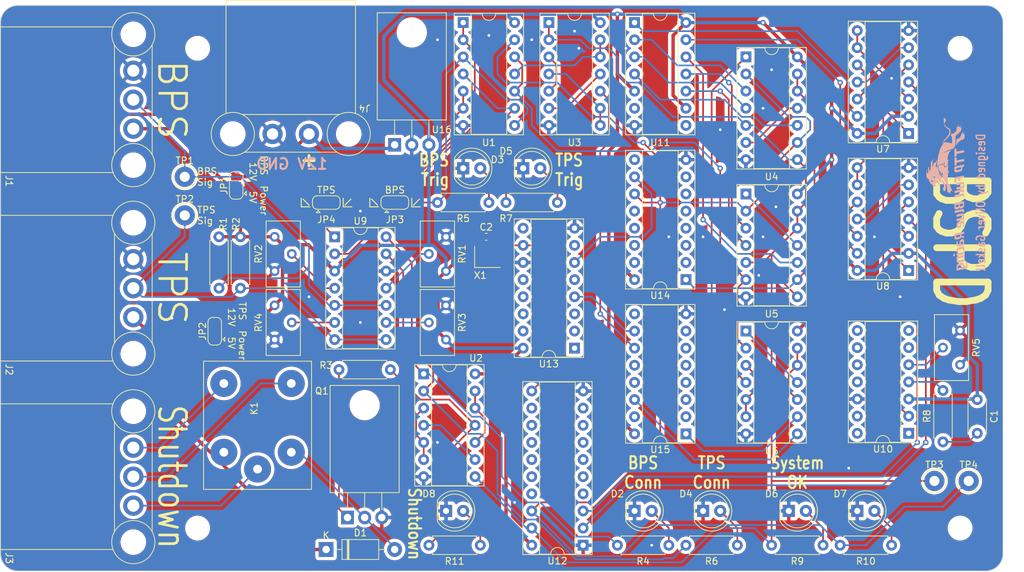
<source format=kicad_pcb>
(kicad_pcb (version 20221018) (generator pcbnew)
  (layers (0 "F.Cu" signal) (31 "B.Cu" signal) (34 "B.Paste" user) (35 "F.Paste" user) (36 "B.SilkS" user "B.Silkscreen") (37 "F.SilkS" user "F.Silkscreen") (38 "B.Mask" user) (39 "F.Mask" user) (44 "Edge.Cuts" user))
  (net 0 "")
  (net 1 "+5V")
  (net 2 "Net-(C1-Pad2)")
  (net 3 "+12V")
  (net 4 "Net-(D1-A)")
  (net 5 "GND")
  (net 6 "Net-(D2-A)")
  (net 7 "Net-(D3-A)")
  (net 8 "Net-(D4-A)")
  (net 9 "Net-(D5-A)")
  (net 10 "/BPS_Sig")
  (net 11 "/BPS_Power")
  (net 12 "/TPS_Sig")
  (net 13 "/TPS_Power")
  (net 14 "/ShutdownNO")
  (net 15 "/ShutdownNC")
  (net 16 "/ShutdownC")
  (net 17 "Net-(JP3-A)")
  (net 18 "Net-(JP3-C)")
  (net 19 "/BPS_Trig")
  (net 20 "Net-(JP4-A)")
  (net 21 "Net-(JP4-C)")
  (net 22 "/TPS_Trig")
  (net 23 "Net-(Q1-G)")
  (net 24 "/SD_Sig")
  (net 25 "/BPS_Plugged")
  (net 26 "/TPS_Plugged")
  (net 27 "Net-(U10A--)")
  (net 28 "Net-(U9C-+)")
  (net 29 "Net-(U9A--)")
  (net 30 "Net-(U9D-+)")
  (net 31 "Net-(U9B--)")
  (net 32 "Net-(U10A-+)")
  (net 33 "/System_OK")
  (net 34 "Net-(U2-Pad3)")
  (net 35 "Net-(U2-Pad4)")
  (net 36 "/SM_Ok")
  (net 37 "Net-(U2-Pad10)")
  (net 38 "Net-(U3-Pad3)")
  (net 39 "Net-(U3-Pad4)")
  (net 40 "/State Machine/State_B")
  (net 41 "/State Machine/Timers/Reset_Counting")
  (net 42 "Net-(U4-Pad1)")
  (net 43 "Net-(U11-Pad2)")
  (net 44 "Net-(U11-Pad3)")
  (net 45 "Net-(U4-Pad11)")
  (net 46 "Net-(U11-Pad4)")
  (net 47 "/State Machine/5T")
  (net 48 "Net-(U5-Pad1)")
  (net 49 "Net-(U11-Pad10)")
  (net 50 "Net-(U11-Pad11)")
  (net 51 "Net-(U11-Pad12)")
  (net 52 "/State Machine/10T")
  (net 53 "Net-(U6-Pad3)")
  (net 54 "Net-(U15-Q9)")
  (net 55 "Net-(U15-Q11)")
  (net 56 "Net-(U6-Pad10)")
  (net 57 "/RST")
  (net 58 "Net-(U7-Pad3)")
  (net 59 "Net-(U12-D0)")
  (net 60 "Net-(U7-Pad11)")
  (net 61 "Net-(U7-Pad10)")
  (net 62 "Net-(U11-Pad1)")
  (net 63 "Net-(U8-Pad3)")
  (net 64 "Net-(U12-D1)")
  (net 65 "Net-(U8-Pad11)")
  (net 66 "Net-(U8-Pad10)")
  (net 67 "Net-(U11-Pad13)")
  (net 74 "/CLK")
  (net 84 "/State Machine/Timers/256CLK")
  (net 86 "/State Machine/Timers/4096CLK")
  (net 114 "Net-(U1-Pad11)")
  (net 115 "Net-(U3-Pad11)")
  (net 116 "Net-(D6-A)")
  (net 117 "Net-(D7-A)")
  (net 118 "Net-(D8-A)")
  (footprint "MountingHole:MountingHole_3.2mm_M3" (layer "F.Cu") (at 81.28 100.33)
    (fp_text reference "MNT4" hide)
    (fp_text value "MountingHole_3.2mm_M3")
  )
  (footprint "LED_THT:LED_D5.0mm" (layer "F.Cu") (at 179.07 97.79)
    (fp_text reference "D7")
    (fp_text value "LED")
  )
  (footprint "Resistor_THT:R_Axial_DIN0207_L6.3mm_D2.5mm_P7.62mm_Horizontal" (layer "F.Cu") (at 184.15 102.87 180)
    (fp_text reference "R10")
    (fp_text value "220R")
  )
  (footprint "LED_THT:LED_D5.0mm" (layer "F.Cu") (at 156.21 97.79)
    (fp_text reference "D4")
    (fp_text value "LED")
  )
  (footprint "Jumper:SolderJumper-3_P1.3mm_Open_RoundedPad1.0x1.5mm" (layer "F.Cu") (at 86.995 49.53 90)
    (fp_text reference "JP1")
    (fp_text value "SolderJumper_3_Open")
  )
  (footprint "Package_DIP:DIP-20_W7.62mm_Socket" (layer "F.Cu") (at 138.43 102.87 180)
    (fp_text reference "U12")
    (fp_text value "74LS573")
  )
  (footprint "Package_DIP:DIP-14_W7.62mm_Socket" (layer "F.Cu") (at 133.35 25.4)
    (fp_text reference "U3")
    (fp_text value "4011")
  )
  (footprint "Package_DIP:DIP-14_W7.62mm_Socket" (layer "F.Cu") (at 162.56 50.8)
    (fp_text reference "U5")
    (fp_text value "4011")
  )
  (footprint "MountingHole:MountingHole_3.2mm_M3" (layer "F.Cu") (at 194.31 29.21)
    (fp_text reference "MNT1" hide)
    (fp_text value "MountingHole_3.2mm_M3")
  )
  (footprint "Resistor_THT:R_Axial_DIN0207_L6.3mm_D2.5mm_P7.62mm_Horizontal" (layer "F.Cu") (at 123.19 102.87 180)
    (fp_text reference "R11")
    (fp_text value "220R")
  )
  (footprint "Potentiometer_THT:Potentiometer_Bourns_3296Y_Vertical" (layer "F.Cu") (at 92.7 57.155 90)
    (fp_text reference "RV2")
    (fp_text value "10k")
  )
  (footprint "Potentiometer_THT:Potentiometer_Bourns_3296Y_Vertical" (layer "F.Cu") (at 118.1 72.395 -90)
    (fp_text reference "RV3")
    (fp_text value "10k")
  )
  (footprint "Capacitor_THT:C_Disc_D5.0mm_W2.5mm_P5.00mm" (layer "F.Cu") (at 196.85 81.28 -90)
    (fp_text reference "C1")
    (fp_text value "100n")
  )
  (footprint "Package_DIP:DIP-14_W7.62mm_Socket" (layer "F.Cu") (at 146.05 25.4)
    (fp_text reference "U11")
    (fp_text value "4012")
  )
  (footprint "Package_DIP:DIP-14_W7.62mm_Socket" (layer "F.Cu") (at 114.79 77.47)
    (fp_text reference "U2")
    (fp_text value "4011")
  )
  (footprint "Potentiometer_THT:Potentiometer_Bourns_3296Y_Vertical" (layer "F.Cu") (at 118.1 62.235 -90)
    (fp_text reference "RV1")
    (fp_text value "10k")
  )
  (footprint "Package_DIP:DIP-14_W7.62mm_Socket" (layer "F.Cu") (at 162.56 71.12)
    (fp_text reference "U6")
    (fp_text value "4011")
  )
  (footprint "Package_DIP:DIP-16_W7.62mm_Socket" (layer "F.Cu") (at 153.67 63.5 180)
    (fp_text reference "U14")
    (fp_text value "4040")
  )
  (footprint "Package_DIP:DIP-16_W7.62mm_Socket" (layer "F.Cu") (at 137.16 73.66 180)
    (fp_text reference "U13")
    (fp_text value "4040")
  )
  (footprint "Additional Footprints:MCCMA51-S-DC12V-C" (layer "F.Cu") (at 90.17 91.59 90)
    (fp_text reference "K1")
    (fp_text value "MCCMA51-S-DC12V-C")
  )
  (footprint "Resistor_THT:R_Axial_DIN0207_L6.3mm_D2.5mm_P7.62mm_Horizontal" (layer "F.Cu") (at 109.855 76.835 180)
    (fp_text reference "R3")
    (fp_text value "4.7k")
  )
  (footprint "Package_DIP:DIP-16_W7.62mm_Socket" (layer "F.Cu") (at 153.67 86.36 180)
    (fp_text reference "U15")
    (fp_text value "4040")
  )
  (footprint "Resistor_THT:R_Axial_DIN0207_L6.3mm_D2.5mm_P7.62mm_Horizontal" (layer "F.Cu") (at 191.77 87.55 90)
    (fp_text reference "R8")
    (fp_text value "1M")
  )
  (footprint "Potentiometer_THT:Potentiometer_Bourns_3296Y_Vertical" (layer "F.Cu") (at 92.7 67.315 90)
    (fp_text reference "RV4")
    (fp_text value "10k")
  )
  (footprint "TestPoint:TestPoint_THTPad_D3.0mm_Drill1.5mm" (layer "F.Cu") (at 195.58 93.345)
    (fp_text reference "TP4")
    (fp_text value "TestPoint")
  )
  (footprint "LED_THT:LED_D5.0mm" (layer "F.Cu") (at 146.05 97.79)
    (fp_text reference "D2")
    (fp_text value "LED")
  )
  (footprint "BSPD_footprints:ATF13-3P-BM03" (layer "F.Cu") (at 71.75 88.41 -90)
    (fp_text reference "J3")
    (fp_text value "Conn_01x03")
  )
  (footprint "Resistor_THT:R_Axial_DIN0207_L6.3mm_D2.5mm_P7.62mm_Horizontal" (layer "F.Cu") (at 134.62 52.07 180)
    (fp_text reference "R7")
    (fp_text value "220R")
  )
  (footprint "Resistor_THT:R_Axial_DIN0207_L6.3mm_D2.5mm_P7.62mm_Horizontal" (layer "F.Cu") (at 173.99 102.87 180)
    (fp_text reference "R9")
    (fp_text value "220R")
  )
  (footprint "Package_TO_SOT_THT:TO-220-3_Horizontal_TabDown" (layer "F.Cu") (at 103.505 98.765)
    (fp_text reference "Q1")
    (fp_text value "IRLZ44Z")
  )
  (footprint "Package_DIP:DIP-14_W7.62mm_Socket" (layer "F.Cu") (at 186.68 62.145 180)
    (fp_text reference "U8")
    (fp_text value "4011")
  )
  (footprint "BSPD_footprints:ATF13-3P-BM03" (layer "F.Cu") (at 71.75 60.47 -90)
    (fp_text reference "J2")
    (fp_text value "Conn_01x03")
  )
  (footprint "LED_THT:LED_D5.0mm" (layer "F.Cu") (at 118.11 97.79)
    (fp_text reference "D8")
    (fp_text value "LED")
  )
  (footprint "Package_DIP:DIP-14_W7.62mm_Socket" (layer "F.Cu") (at 101.6 57.15)
    (fp_text reference "U9")
    (fp_text value "LM2901")
  )
  (footprint "Capacitor_SMD:C_0603_1608Metric_Pad1.08x0.95mm_HandSolder" (layer "F.Cu") (at 124.0575 57.15)
    (fp_text reference "C2")
    (fp_text value "10u")
  )
  (footprint "LED_THT:LED_D5.0mm" (layer "F.Cu") (at 168.91 97.79)
    (fp_text reference "D6")
    (fp_text value "LED")
  )
  (footprint "Package_DIP:DIP-14_W7.62mm_Socket" (layer "F.Cu") (at 120.65 25.4)
    (fp_text reference "U1")
    (fp_text value "4011")
  )
  (footprint "LED_THT:LED_D5.0mm" (layer "F.Cu") (at 120.65 46.99)
    (fp_text reference "D3")
    (fp_text value "LED")
  )
  (footprint "MountingHole:MountingHole_3.2mm_M3" (layer "F.Cu") (at 81.28 29.21)
    (fp_text reference "MNT3" hide)
    (fp_text value "MountingHole_3.2mm_M3")
  )
  (footprint "Package_TO_SOT_THT:TO-220-3_Horizontal_TabDown" (layer "F.Cu") (at 110.49 43.52)
    (fp_text reference "U16")
    (fp_text value "L7805")
  )
  (footprint "BSPD_footprints:ATF13-3P-BM03" (layer "F.Cu") (at 71.75 32.53 -90)
    (fp_text reference "J1")
    (fp_text value "Conn_01x03")
  )
  (footprint "TestPoint:TestPoint_THTPad_D3.0mm_Drill1.5mm" (layer "F.Cu") (at 190.5 93.345)
    (fp_text reference "TP3")
    (fp_text value "TestPoint")
  )
  (footprint "Jumper:SolderJumper-3_P1.3mm_Open_RoundedPad1.0x1.5mm" (layer "F.Cu") (at 83.82 71.15 90)
    (fp_text reference "JP2")
    (fp_text value "SolderJumper_3_Open")
  )
  (footprint "Jumper:SolderJumper-3_P1.3mm_Open_RoundedPad1.0x1.5mm" (layer "F.Cu") (at 100.36 52.07)
    (fp_text reference "JP4")
    (fp_text value "SolderJumper_3_Open")
  )
  (footprint "TestPoint:TestPoint_THTPad_D3.0mm_Drill1.5mm" (layer "F.Cu") (at 79.375 53.975)
    (fp_text reference "TP2")
    (fp_text value "TestPoint")
  )
  (footprint "LED_THT:LED_D5.0mm" (layer "F.Cu") (at 129.54 46.99)
    (fp_text reference "D5")
    (fp_text value "LED")
  )
  (footprint "Resistor_THT:R_Axial_DIN0207_L6.3mm_D2.5mm_P7.62mm_Horizontal" (layer "F.Cu") (at 161.29 102.87 180)
    (fp_text reference "R6")
    (fp_text value "220R")
  )
  (footprint "Resistor_THT:R_Axial_DIN0207_L6.3mm_D2.5mm_P7.62mm_Horizontal" (layer "F.Cu") (at 124.46 52.07 180)
    (fp_text reference "R5")
    (fp_text value "220R")
  )
  (footprint "Package_DIP:DIP-14_W7.62mm_Socket" (layer "F.Cu") (at 186.69 86.28 180)
    (fp_text reference "U10")
    (fp_text value "LM2901")
  )
  (footprint "Oscillator:Oscillator_SMD_Abracon_ASE-4Pin_3.2x2.5mm" (layer "F.Cu") (at 124.25 60.125)
    (fp_text reference "X1")
    (fp_text value "ASZKDV-32.768KHz")
  )
  (footprint "Package_DIP:DIP-14_W7.62mm_Socket" (layer "F.Cu") (at 186.68 41.825 180)
    (fp_text reference "U7")
    (fp_text value "4011")
  )
  (footprint "Diode_THT:D_DO-41_SOD81_P10.16mm_Horizontal" (layer "F.Cu") (at 100.33 103.505)
    (fp_text reference "D1")
    (fp_text value "1N5817")
  )
  (footprint "Resistor_THT:R_Axial_DIN0207_L6.3mm_D2.5mm_P7.62mm_Horizontal" (layer "F.Cu") (at 84.455 64.77 90)
    (fp_text reference "R1")
    (fp_text value "5Meg")
  )
  (footprint "MountingHole:MountingHole_3.2mm_M3" (layer "F.Cu") (at 194.31 100.33)
    (fp_text reference "MNT2" hide)
    (fp_text value "MountingHole_3.2mm_M3")
  )
  (footprint "Jumper:SolderJumper-3_P1.3mm_Open_RoundedPad1.0x1.5mm" (layer "F.Cu") (at 110.52 52.07)
    (fp_text reference "JP3")
    (fp_text value "SolderJumper_3_Open")
  )
  (footprint "TestPoint:TestPoint_THTPad_D3.0mm_Drill1.5mm" (layer "F.Cu") (at 79.375 48.26)
    (fp_text reference "TP1")
    (fp_text value "TestPoint")
  )
  (footprint "Package_DIP:DIP-14_W7.62mm_Socket" (layer "F.Cu") (at 162.56 30.475)
    (fp_text reference "U4")
    (fp_text value "4011")
  )
  (footprint "BSPD_footprints:ATF13-2P-BM03" (layer "F.Cu") (at 97.79 41.91 180)
    (fp_text reference "J4")
    (fp_text value "Screw_Terminal_01x02")
  )
  (footprint "Potentiometer_THT:Potentiometer_Bourns_3296Y_Vertical" (layer "F.Cu") (at 194.31 76.12 -90)
    (fp_text reference "RV5")
    (fp_text value "R_Potentiometer")
  )
  (footprint "Resistor_THT:R_Axial_DIN0207_L6.3mm_D2.5mm_P7.62mm_Horizontal" (layer "F.Cu") (at 151.13 102.87 180)
    (fp_text reference "R4")
    (fp_text value "220R")
  )
  (footprint "Resistor_THT:R_Axial_DIN0207_L6.3mm_D2.5mm_P7.62mm_Horizontal" (layer "F.Cu") (at 87.63 64.77 90)
    (fp_text reference "R2")
    (fp_text value "5Meg")
  )
  (footprint "BSPD_footprints:FBR_Logo_.9in" (layer "B.Cu") (at 191.77 50.8 -90)
    (fp_text reference "G***" hide)
    (fp_text value "LOGO" hide)
  )
  (gr_line (start 106.807 51.435) (end 106.807 52.705) (stroke (width 0.15)) (layer "F.SilkS"))
  (gr_line (start 113.03 51.435) (end 113.03 52.705) (stroke (width 0.15)) (layer "F.SilkS"))
  (gr_line (start 96.647 51.435) (end 96.647 52.705) (stroke (width 0.15)) (layer "F.SilkS"))
  (gr_line (start 96.901 51.562) (end 97.79 52.451) (stroke (width 0.15)) (layer "F.SilkS"))
  (gr_line (start 102.87 51.435) (end 102.87 52.705) (stroke (width 0.15)) (layer "F.SilkS"))
  (gr_line (start 107.061 51.562) (end 107.95 52.451) (stroke (width 0.15)) (layer "F.SilkS"))
  (gr_line (start 113.284 52.451) (end 114.173 51.562) (stroke (width 0.15)) (layer "F.SilkS"))
  (gr_line (start 106.807 52.705) (end 108.077 52.705) (stroke (width 0.15)) (layer "F.SilkS"))
  (gr_line (start 102.87 52.705) (end 104.14 52.705) (stroke (width 0.15)) (layer "F.SilkS"))
  (gr_line (start 113.03 52.705) (end 114.3 52.705) (stroke (width 0.15)) (layer "F.SilkS"))
  (gr_line (start 103.124 52.451) (end 104.013 51.562) (stroke (width 0.15)) (layer "F.SilkS"))
  (gr_line (start 96.647 52.705) (end 97.917 52.705) (stroke (width 0.15)) (layer "F.SilkS"))
  (gr_arc (start 54.61 106.68) (mid 52.813949 105.936051) (end 52.07 104.14) (stroke (width 0.1)) (layer "Edge.Cuts"))
  (gr_line (start 54.61 22.86) (end 198.12 22.86) (stroke (width 0.1)) (layer "Edge.Cuts"))
  (gr_arc (start 198.12 22.86) (mid 199.916051 23.603949) (end 200.66 25.4) (stroke (width 0.1)) (layer "Edge.Cuts"))
  (gr_arc (start 52.07 25.4) (mid 52.813949 23.603949) (end 54.61 22.86) (stroke (width 0.1)) (layer "Edge.Cuts"))
  (gr_arc (start 200.66 104.14) (mid 199.916051 105.936051) (end 198.12 106.68) (stroke (width 0.1)) (layer "Edge.Cuts"))
  (gr_line (start 52.07 104.14) (end 52.07 25.4) (stroke (width 0.1)) (layer "Edge.Cuts"))
  (gr_line (start 200.66 25.4) (end 200.66 104.14) (stroke (width 0.1)) (layer "Edge.Cuts"))
  (gr_line (start 198.12 106.68) (end 54.61 106.68) (stroke (width 0.1)) (layer "Edge.Cuts"))
  (gr_text "Designed by Oliver Gaskell" (at 198.12 52.07 90) (layer "B.SilkS") (effects (font (size 1.27 1) (thickness 0.2) bold) (justify bottom mirror)))
  (gr_text "12V GND" (at 95.25 46.355) (layer "B.SilkS") (effects (font (size 1.6 1.6) (thickness 0.3)) (justify mirror)))
  (gr_text "BPS\nConn" (at 147.32 94.615) (layer "F.SilkS") (effects (font (size 1.8 1.5) (thickness 0.3) bold) (justify bottom)))
  (gr_text "TPS\nSig" (at 81.125 53.975) (layer "F.SilkS") (effects (font (size 1 1)) (justify left)))
  (gr_text "TPS\nTrig" (at 134.112 47.244) (layer "F.SilkS") (effects (font (size 1.8 1.5) (thickness 0.3) bold) (justify left)))
  (gr_text "BPS  Power\n 12V  5V  " (at 88.9 49.53 270) (layer "F.SilkS") (effects (font (size 1 1)) (justify bottom)))
  (gr_text "System\nOK" (at 170.18 94.615) (layer "F.SilkS") (effects (font (size 1.8 1.5) (thickness 0.3) bold) (justify bottom)))
  (gr_text "TPS\nConn" (at 157.48 94.615) (layer "F.SilkS") (effects (font (size 1.8 1.5) (thickness 0.3) bold) (justify bottom)))
  (gr_text "BPS" (at 110.53 50.795) (layer "F.SilkS") (effects (font (size 1 1)) (justify bottom)))
  (gr_text "BPS" (at 77.47 36.83 270) (layer "F.SilkS") (effects (font (size 4 4) (thickness 0.4))))
  (gr_text "TPS" (at 100.37 50.795) (layer "F.SilkS") (effects (font (size 1 1)) (justify bottom)))
  (gr_text "TPS" (at 77.47 64.77 270) (layer "F.SilkS") (effects (font (size 4 4) (thickness 0.4))))
  (gr_text "BSPD" (at 194.31 46.99 270) (layer "F.SilkS") (effects (font (size 7.62 5.08) (thickness 1)) (justify left)))
  (gr_text "BPS\nSig" (at 81.125 48.26) (layer "F.SilkS") (effects (font (size 1 1)) (justify left)))
  (gr_text "Shutdown" (at 77.47 92.71 270) (layer "F.SilkS") (effects (font (size 4 3) (thickness 0.4))))
  (gr_text "Shutdown" (at 112.395 99.695 -90) (layer "F.SilkS") (effects (font (size 1.8 1.5) (thickness 0.3) bold) (justify bottom)))
  (gr_text "TPS  Power\n 12V  5V  " (at 85.725 71.12 270) (layer "F.SilkS") (effects (font (size 1 1)) (justify bottom)))
  (gr_text "+" (at 97.79 45.72) (layer "F.SilkS") (effects (font (size 2 2) (thickness 0.4) bold)))
  (gr_text "BPS\nTrig" (at 118.745 47.244) (layer "F.SilkS") (effects (font (size 1.8 1.5) (thickness 0.3) bold) (justify right)))
  (segment (start 127 99.06) (end 127 97.79) (width 0.5) (layer "F.Cu") (net 1))
  (segment (start 143.51 33.02) (end 143.51 29.21) (width 0.5) (layer "F.Cu") (net 1))
  (segment (start 97.695 58.325) (end 93.87 58.325) (width 0.5) (layer "F.Cu") (net 1))
  (segment (start 125.73 77.47) (end 127 76.2) (width 0.5) (layer "F.Cu") (net 1))
  (segment (start 170.18 30.475) (end 165.105 25.4) (width 0.5) (layer "F.Cu") (net 1))
  (segment (start 83.82 72.45) (end 87.565 72.45) (width 0.5) (layer "F.Cu") (net 1))
  (segment (start 87.565 72.45) (end 92.7 67.315) (width 0.5) (layer "F.Cu") (net 1))
  (segment (start 87.63 51.465) (end 87.63 57.15) (width 0.5) (layer "F.Cu") (net 1))
  (segment (start 179.06 62.145) (end 175.26 58.345) (width 0.5) (layer "F.Cu") (net 1))
  (segment (start 175.26 45.72) (end 175.26 50.8) (width 0.5) (layer "F.Cu") (net 1))
  (segment (start 170.18 30.475) (end 175.26 35.555) (width 0.5) (layer "F.Cu") (net 1))
  (segment (start 92.7 57.155) (end 87.635 57.155) (width 0.5) (layer "F.Cu") (net 1))
  (segment (start 123.2 60.95) (end 123.2 59.3) (width 0.5) (layer "F.Cu") (net 1))
  (segment (start 151.765 36.195) (end 153.67 38.1) (width 0.5) (layer "F.Cu") (net 1))
  (segment (start 175.26 62.23) (end 175.26 66.04) (width 0.5) (layer "F.Cu") (net 1))
  (segment (start 175.26 58.345) (end 175.26 55.88) (width 0.5) (layer "F.Cu") (net 1))
  (segment (start 130.81 102.87) (end 127 99.06) (width 0.5) (layer "F.Cu") (net 1))
  (segment (start 127 76.2) (end 129.54 73.66) (width 0.5) (layer "F.Cu") (net 1))
  (segment (start 92.7 57.155) (end 93.87 58.325) (width 0.5) (layer "F.Cu") (net 1))
  (segment (start 84.455 57.15) (end 87.63 57.15) (width 0.5) (layer "F.Cu") (net 1))
  (segment (start 142.24 59.69) (end 146.05 63.5) (width 0.5) (layer "F.Cu") (net 1))
  (segment (start 175.26 41.91) (end 175.26 45.72) (width 0.5) (layer "F.Cu") (net 1))
  (segment (start 175.26 55.88) (end 175.26 62.23) (width 0.5) (layer "F.Cu") (net 1))
  (segment (start 119.385 60.95) (end 118.1 62.235) (width 0.5) (layer "F.Cu") (net 1))
  (segment (start 93.87 66.145) (end 92.7 67.315) (width 0.5) (layer "F.Cu") (net 1))
  (segment (start 143.51 43.18) (end 143.51 33.02) (width 0.5) (layer "F.Cu") (net 1))
  (segment (start 151.765 27.305) (end 151.765 36.195) (width 0.5) (layer "F.Cu") (net 1))
  (segment (start 118.1 72.395) (end 116.93 71.225) (width 0.5) (layer "F.Cu") (net 1))
  (segment (start 142.24 82.55) (end 146.05 86.36) (width 0.5) (layer "F.Cu") (net 1))
  (segment (start 123.2 59.3) (end 123.2 57.155) (width 0.5) (layer "F.Cu") (net 1))
  (segment (start 142.24 44.45) (end 143.51 43.18) (width 0.5) (layer "F.Cu") (net 1))
  (segment (start 87.635 57.155) (end 87.63 57.15) (width 0.5) (layer "F.Cu") (net 1))
  (segment (start 86.995 50.83) (end 87.63 51.465) (width 0.5) (layer "F.Cu") (net 1))
  (segment (start 153.67 25.4) (end 151.765 27.305) (width 0.5) (layer "F.Cu") (net 1))
  (segment (start 175.26 50.8) (end 175.26 55.88) (width 0.5) (layer "F.Cu") (net 1))
  (segment (start 101.6 62.23) (end 97.695 58.325) (width 0.5) (layer "F.Cu") (net 1))
  (segment (start 143.51 24.15) (end 143.51 29.21) (width 0.5) (layer "F.Cu") (net 1))
  (segment (start 127 97.79) (end 127 76.2) (width 0.5) (layer "F.Cu") (net 1))
  (segment (start 123.2 57.155) (end 123.195 57.15) (width 0.5) (layer "F.Cu") (net 1))
  (segment (start 175.26 35.555) (end 175.26 36.83) (width 0.5) (layer "F.Cu") (net 1))
  (segment (start 116.93 71.225) (end 116.93 63.405) (width 0.5) (layer "F.Cu") (net 1))
  (segment (start 93.87 58.325) (end 93.87 66.145) (width 0.5) (layer "F.Cu") (net 1))
  (segment (start 142.24 59.69) (end 142.24 44.45) (width 0.5) (layer "F.Cu") (net 1))
  (segment (start 142.24 81.28) (end 142.24 82.55) (width 0.5) (layer "F.Cu") (net 1))
  (segment (start 122.41 77.47) (end 125.73 77.47) (width 0.5) (layer "F.Cu") (net 1))
  (segment (start 123.2 60.95) (end 119.385 60.95) (width 0.5) (layer "F.Cu") (net 1))
  (segment (start 175.26 36.83) (end 175.26 38.1) (width 0.5) (layer "F.Cu") (net 1))
  (segment (start 142.24 63.5) (end 142.24 59.69) (width 0.5) (layer "F.Cu") (net 1))
  (segment (start 146.05 35.56) (end 143.51 33.02) (width 0.5) (layer "F.Cu") (net 1))
  (segment (start 175.26 66.04) (end 170.18 71.12) (width 0.5) (layer "F.Cu") (net 1))
  (segment (start 175.26 38.1) (end 175.26 41.91) (width 0.5) (layer "F.Cu") (net 1))
  (segment (start 142.24 81.28) (end 142.24 63.5) (width 0.5) (layer "F.Cu") (net 1))
  (segment (start 165.105 25.4) (end 165.1 25.4) (width 0.5) (layer "F.Cu") (net 1))
  (segment (start 116.93 63.405) (end 118.1 62.235) (width 0.5) (layer "F.Cu") (net 1))
  (via (at 175.26 45.72) (size 0.8) (drill 0.4) (layers "F.Cu" "B.Cu") (net 1))
  (via (at 175.26 38.1) (size 0.8) (drill 0.4) (layers "F.Cu" "B.Cu") (net 1))
  (via (at 143.51 24.15) (size 0.8) (drill 0.4) (layers "F.Cu" "B.Cu") (net 1))
  (via (at 165.1 25.4) (size 0.8) (drill 0.4) (layers "F.Cu" "B.Cu") (net 1))
  (segment (start 139.72 24.15) (end 139.7 24.15) (width 0.5) (layer "B.Cu") (net 1))
  (segment (start 116.205 58.42) (end 115.57 58.42) (width 0.5) (layer "B.Cu") (net 1))
  (segment (start 115.57 43.52) (end 115.57 58.42) (width 0.5) (layer "B.Cu") (net 1))
  (segment (start 118.1 62.235) (end 118.1 60.315) (width 0.5) (layer "B.Cu") (net 1))
  (segment (start 143.51 24.15) (end 152.42 24.15) (width 0.5) (layer "B.Cu") (net 1))
  (segment (start 128.27 25.4) (end 127.02 24.15) (width 0.5) (layer "B.Cu") (net 1))
  (segment (start 184.235 59.605) (end 186.68 59.605) (width 0.5) (layer "B.Cu") (net 1))
  (segment (start 112.149009 24.15) (end 127 24.15) (width 0.5) (layer "B.Cu") (net 1))
  (segment (start 186.68 59.605) (end 187.875 59.605) (width 0.5) (layer "B.Cu") (net 1))
  (segment (start 127.02 24.15) (end 127 24.15) (width 0.5) (layer "B.Cu") (net 1))
  (segment (start 83.825 57.155) (end 83.82 57.15) (width 0.5) (layer "B.Cu") (net 1))
  (segment (start 152.42 24.15) (end 153.67 25.4) (width 0.5) (layer "B.Cu") (net 1))
  (segment (start 181.695 41.825) (end 184.235 39.285) (width 0.5) (layer "B.Cu") (net 1))
  (segment (start 195.58 74.85) (end 194.31 76.12) (width 0.5) (layer "B.Cu") (net 1))
  (segment (start 115.57 40.64) (end 108.88 33.95) (width 0.5) (layer "B.Cu") (net 1))
  (segment (start 118.1 60.315) (end 116.205 58.42) (width 0.5) (layer "B.Cu") (net 1))
  (segment (start 119.365 73.66) (end 118.1 72.395) (width 0.5) (layer "B.Cu") (net 1))
  (segment (start 186.69 81.2) (end 196.77 81.2) (width 0.5) (layer "B.Cu") (net 1))
  (segment (start 139.7 24.15) (end 127 24.15) (width 0.5) (layer "B.Cu") (net 1))
  (segment (start 105.41 58.42) (end 101.6 62.23) (width 0.5) (layer "B.Cu") (net 1))
  (segment (start 140.97 25.4) (end 139.72 24.15) (width 0.5) (layer "B.Cu") (net 1))
  (segment (start 196.77 81.2) (end 196.85 81.28) (width 0.5) (layer "B.Cu") (net 1))
  (segment (start 187.875 59.605) (end 195.58 67.31) (width 0.5) (layer "B.Cu") (net 1))
  (segment (start 196.85 76.12) (end 196.85 81.28) (width 0.5) (layer "B.Cu") (net 1))
  (segment (start 170.18 50.8) (end 175.26 45.72) (width 0.5) (layer "B.Cu") (net 1))
  (segment (start 195.58 67.31) (end 195.58 74.85) (width 0.5) (layer "B.Cu") (net 1))
  (segment (start 179.06 41.825) (end 181.695 41.825) (width 0.5) (layer "B.Cu") (net 1))
  (segment (start 153.67 25.4) (end 165.1 25.4) (width 0.5) (layer "B.Cu") (net 1))
  (segment (start 175.335 38.1) (end 175.26 38.1) (width 0.5) (layer "B.Cu") (net 1))
  (segment (start 108.88 33.95) (end 108.88 27.419009) (width 0.5) (layer "B.Cu") (net 1))
  (segment (start 179.06 62.145) (end 181.695 62.145) (width 0.5) (layer "B.Cu") (net 1))
  (segment (start 129.54 73.66) (end 119.365 73.66) (width 0.5) (layer "B.Cu") (net 1))
  (segment (start 195.58 74.85) (end 196.85 76.12) (width 0.5) (layer "B.Cu") (net 1))
  (segment (start 115.57 43.52) (end 115.57 40.64) (width 0.5) (layer "B.Cu") (net 1))
  (segment (start 179.06 41.825) (end 175.335 38.1) (width 0.5) (layer "B.Cu") (net 1))
  (segment (start 115.57 58.42) (end 105.41 58.42) (width 0.5) (layer "B.Cu") (net 1))
  (segment (start 143.51 24.15) (end 139.7 24.15) (width 0.5) (layer "B.Cu") (net 1))
  (segment (start 184.235 39.285) (end 186.68 39.285) (width 0.5) (layer "B.Cu") (net 1))
  (segment (start 181.695 62.145) (end 184.235 59.605) (width 0.5) (layer "B.Cu") (net 1))
  (segment (start 108.88 27.419009) (end 112.149009 24.15) (width 0.5) (layer "B.Cu") (net 1))
  (segment (start 195.58 87.55) (end 196.85 86.28) (width 0.25) (layer "B.Cu") (net 2))
  (segment (start 191.77 87.55) (end 195.58 87.55) (width 0.25) (layer "B.Cu") (net 2))
  (segment (start 70.230999 38.989) (end 77.754 38.989) (width 0.5) (layer "F.Cu") (net 3))
  (segment (start 85.17 89.09) (end 85.17 91.09) (width 0.5) (layer "F.Cu") (net 3))
  (segment (start 68.58 74.5) (end 68.58 73.66) (width 0.5) (layer "F.Cu") (net 3))
  (segment (start 86.995 48.23) (end 91.47 48.23) (width 0.5) (layer "F.Cu") (net 3))
  (segment (start 70.739 66.929) (end 68.58 64.77) (width 0.5) (layer "F.Cu") (net 3))
  (segment (start 83.17 89.09) (end 68.58 74.5) (width 0.5) (layer "F.Cu") (net 3))
  (segment (start 97.585 103.505) (end 100.33 103.505) (width 0.5) (layer "F.Cu") (net 3))
  (segment (start 85.17 89.09) (end 83.17 89.09) (width 0.5) (layer "F.Cu") (net 3))
  (segment (start 77.754 38.989) (end 86.995 48.23) (width 0.5) (layer "F.Cu") (net 3))
  (segment (start 91.47 48.23) (end 97.79 41.91) (width 0.5) (layer "F.Cu") (net 3))
  (segment (start 68.58 64.77) (end 68.58 40.639999) (width 0.5) (layer "F.Cu") (net 3))
  (segment (start 68.58 73.66) (end 68.58 64.77) (width 0.5) (layer "F.Cu") (net 3))
  (segment (start 80.899 66.929) (end 70.739 66.929) (width 0.5) (layer "F.Cu") (net 3))
  (segment (start 85.17 91.09) (end 97.585 103.505) (width 0.5) (layer "F.Cu") (net 3))
  (segment (start 68.58 40.639999) (end 70.230999 38.989) (width 0.5) (layer "F.Cu") (net 3))
  (segment (start 83.82 69.85) (end 80.899 66.929) (width 0.5) (layer "F.Cu") (net 3))
  (segment (start 97.79 41.91) (end 99.94 44.06) (width 0.5) (layer "B.Cu") (net 3))
  (segment (start 99.94 44.06) (end 109.95 44.06) (width 0.5) (layer "B.Cu") (net 3))
  (segment (start 109.95 44.06) (end 110.49 43.52) (width 0.5) (layer "B.Cu") (net 3))
  (segment (start 106.045 98.765) (end 110.49 103.21) (width 0.25) (layer "B.Cu") (net 4))
  (segment (start 96.37 89.09) (end 106.045 98.765) (width 0.25) (layer "B.Cu") (net 4))
  (segment (start 110.49 103.21) (end 110.49 103.505) (width 0.25) (layer "B.Cu") (net 4))
  (segment (start 95.17 89.09) (end 96.37 89.09) (width 0.25) (layer "B.Cu") (net 4))
  (segment (start 124.3 57.945) (end 124.3 60.165) (width 0.3) (layer "F.Cu") (net 5))
  (segment (start 124.92 57.15) (end 124.92 57.325) (width 0.5) (layer "F.Cu") (net 5))
  (segment (start 124.3 60.165) (end 125.085 60.95) (width 0.3) (layer "F.Cu") (net 5))
  (segment (start 124.92 57.325) (end 124.3 57.945) (width 0.3) (layer "F.Cu") (net 5))
  (segment (start 125.085 60.95) (end 125.3 60.95) (width 0.3) (layer "F.Cu") (net 5))
  (via (at 158.75 41.275) (size 0.8) (drill 0.4) (layers "F.Cu" "B.Cu") (net 5))
  (via (at 156.21 57.15) (size 0.8) (drill 0.4) (layers "F.Cu" "B.Cu") (net 5))
  (via (at 184.15 33.655) (size 0.8) (drill 0.4) (layers "F.Cu" "B.Cu") (net 5))
  (via (at 105.41 53.34) (size 0.8) (drill 0.4) (layers "F.Cu" "B.Cu") (net 5))
  (via (at 116.84 87.63) (size 0.8) (drill 0.4) (layers "F.Cu" "B.Cu") (net 5))
  (via (at 124.46 27.305) (size 0.8) (drill 0.4) (layers "F.Cu" "B.Cu") (net 5))
  (via (at 177.8 91.44) (size 0.8) (drill 0.4) (layers "F.Cu" "B.Cu") (net 5))
  (via (at 77.47 69.215) (size 0.8) (drill 0.4) (layers "F.Cu" "B.Cu") (net 5))
  (via (at 148.59 102.87) (size 0.8) (drill 0.4) (layers "F.Cu" "B.Cu") (net 5))
  (via (at 181.61 57.15) (size 0.8) (drill 0.4) (layers "F.Cu" "B.Cu") (net 5))
  (via (at 185.42 66.04) (size 0.8) (drill 0.4) (layers "F.Cu" "B.Cu") (net 5))
  (via (at 165.1 57.15) (size 0.8) (drill 0.4) (layers "F.Cu" "B.Cu") (net 5))
  (via (at 166.37 32.385) (size 0.8) (drill 0.4) (layers "F.Cu" "B.Cu") (net 5))
  (via (at 151.13 57.15) (size 0.8) (drill 0.4) (layers "F.Cu" "B.Cu") (net 5))
  (via (at 159.385 67.945) (size 0.8) (drill 0.4) (layers "F.Cu" "B.Cu") (net 5))
  (via (at 164.465 62.865) (size 0.8) (drill 0.4) (layers "F.Cu" "B.Cu") (net 5))
  (via (at 116.84 27.94) (size 0.8) (drill 0.4) (layers "F.Cu" "B.Cu") (net 5))
  (via (at 167.005 52.705) (size 0.8) (drill 0.4) (layers "F.Cu" "B.Cu") (net 5))
  (via (at 128.27 96.52) (size 0.8) (drill 0.4) (layers "F.Cu" "B.Cu") (net 5))
  (via (at 144.78 29.21) (size 0.8) (drill 0.4) (layers "F.Cu" "B.Cu") (net 5))
  (via (at 137.795 29.21) (size 0.8) (drill 0.4) (layers "F.Cu" "B.Cu") (net 5))
  (via (at 137.16 26.67) (size 0.8) (drill 0.4) (layers "F.Cu" "B.Cu") (net 5))
  (via (at 130.81 27.94) (size 0.8) (drill 0.4) (layers "F.Cu" "B.Cu") (net 5))
  (via (at 105.41 69.85) (size 0.8) (drill 0.4) (layers "F.Cu" "B.Cu") (net 5))
  (via (at 97.79 66.04) (size 0.8) (drill 0.4) (layers "F.Cu" "B.Cu") (net 5))
  (via (at 165.1 38.1) (size 0.8) (drill 0.4) (layers "F.Cu" "B.Cu") (net 5))
  (segment (start 151.13 100.33) (end 151.13 102.87) (width 0.25) (layer "F.Cu") (net 6))
  (segment (start 148.59 97.79) (end 151.13 100.33) (width 0.25) (layer "F.Cu") (net 6))
  (segment (start 124.46 48.26) (end 123.19 46.99) (width 0.25) (layer "F.Cu") (net 7))
  (segment (start 124.46 52.07) (end 124.46 48.26) (width 0.25) (layer "F.Cu") (net 7))
  (segment (start 161.29 100.33) (end 161.29 102.87) (width 0.25) (layer "F.Cu") (net 8))
  (segment (start 158.75 97.79) (end 161.29 100.33) (width 0.25) (layer "F.Cu") (net 8))
  (segment (start 134.62 49.53) (end 134.62 52.07) (width 0.25) (layer "F.Cu") (net 9))
  (segment (start 132.08 46.99) (end 134.62 49.53) (width 0.25) (layer "F.Cu") (net 9))
  (segment (start 97.79 61.595) (end 97.79 64.3) (width 0.25) (layer "B.Cu") (net 10))
  (segment (start 101.6 67.31) (end 109.22 67.31) (width 0.25) (layer "B.Cu") (net 10))
  (segment (start 96.105 63.28) (end 97.79 61.595) (width 0.25) (layer "B.Cu") (net 10))
  (segment (start 84.455 64.77) (end 85.945 63.28) (width 0.25) (layer "B.Cu") (net 10))
  (segment (start 79.375 48.26) (end 79.375 44.455) (width 0.25) (layer "B.Cu") (net 10))
  (segment (start 85.945 63.28) (end 96.105 63.28) (width 0.25) (layer "B.Cu") (net 10))
  (segment (start 97.79 58.42) (end 97.79 61.595) (width 0.25) (layer "B.Cu") (net 10))
  (segment (start 97.79 64.3) (end 100.8 67.31) (width 0.25) (layer "B.Cu") (net 10))
  (segment (start 79.375 44.455) (end 71.75 36.83) (width 0.25) (layer "B.Cu") (net 10))
  (segment (start 79.375 48.26) (end 87.63 48.26) (width 0.25) (layer "B.Cu") (net 10))
  (segment (start 100.8 67.31) (end 101.6 67.31) (width 0.25) (layer "B.Cu") (net 10))
  (segment (start 87.63 48.26) (end 97.79 58.42) (width 0.25) (layer "B.Cu") (net 10))
  (segment (start 86.995 49.53) (end 85.745 49.53) (width 0.5) (layer "F.Cu") (net 11))
  (segment (start 85.745 49.53) (end 77.345 41.13) (width 0.5) (layer "F.Cu") (net 11))
  (segment (start 77.345 41.13) (end 71.75 41.13) (width 0.5) (layer "F.Cu") (net 11))
  (segment (start 73.02 66.04) (end 71.75 64.77) (width 0.25) (layer "B.Cu") (net 12))
  (segment (start 109.22 72.39) (end 101.6 72.39) (width 0.25) (layer "B.Cu") (net 12))
  (segment (start 79.375 53.975) (end 79.375 57.145) (width 0.25) (layer "B.Cu") (net 12))
  (segment (start 93.98 64.77) (end 101.6 72.39) (width 0.25) (layer "B.Cu") (net 12))
  (segment (start 87.63 64.77) (end 86.36 66.04) (width 0.25) (layer "B.Cu") (net 12))
  (segment (start 79.375 57.145) (end 71.75 64.77) (width 0.25) (layer "B.Cu") (net 12))
  (segment (start 87.63 64.77) (end 93.98 64.77) (width 0.25) (layer "B.Cu") (net 12))
  (segment (start 83.185 66.04) (end 73.02 66.04) (width 0.25) (layer "B.Cu") (net 12))
  (segment (start 86.36 66.04) (end 83.185 66.04) (width 0.25) (layer "B.Cu") (net 12))
  (segment (start 71.75 69.07) (end 73.83 71.15) (width 0.5) (layer "F.Cu") (net 13))
  (segment (start 73.83 71.15) (end 83.82 71.15) (width 0.5) (layer "F.Cu") (net 13))
  (segment (start 71.75 88.41) (end 75.65 88.41) (width 0.25) (layer "B.Cu") (net 14))
  (segment (start 75.65 88.41) (end 85.17 78.89) (width 0.25) (layer "B.Cu") (net 14))
  (segment (start 76.835 92.71) (end 90.655 78.89) (width 0.25) (layer "B.Cu") (net 15))
  (segment (start 90.655 78.89) (end 95.17 78.89) (width 0.25) (layer "B.Cu") (net 15))
  (segment (start 71.75 92.71) (end 76.835 92.71) (width 0.25) (layer "B.Cu") (net 15))
  (segment (start 84.75 97.01) (end 90.17 91.59) (width 0.25) (layer "B.Cu") (net 16))
  (segment (start 71.75 97.01) (end 84.75 97.01) (width 0.25) (layer "B.Cu") (net 16))
  (segment (start 120.65 25.4) (end 120.65 27.94) (width 0.25) (layer "F.Cu") (net 17))
  (segment (start 120.65 27.94) (end 122.37 29.66) (width 0.25) (layer "F.Cu") (net 17))
  (segment (start 122.37 41.147387) (end 119.887387 43.63) (width 0.25) (layer "F.Cu") (net 17))
  (segment (start 109.22 51.47) (end 109.22 52.07) (width 0.25) (layer "F.Cu") (net 17))
  (segment (start 111.565 50.995) (end 109.695 50.995) (width 0.25) (layer "F.Cu") (net 17))
  (segment (start 122.37 29.66) (end 122.37 41.147387) (width 0.25) (layer "F.Cu") (net 17))
  (segment (start 119.887387 43.63) (end 118.93 43.63) (width 0.25) (layer "F.Cu") (net 17))
  (segment (start 118.93 43.63) (end 111.565 50.995) (width 0.25) (layer "F.Cu") (net 17))
  (segment (start 109.695 50.995) (end 109.22 51.47) (width 0.25) (layer "F.Cu") (net 17))
  (segment (start 101.6 59.69) (end 103.65 59.69) (width 0.25) (layer "F.Cu") (net 18))
  (segment (start 103.65 59.69) (end 110.52 52.82) (width 0.25) (layer "F.Cu") (net 18))
  (segment (start 110.52 52.82) (end 110.52 52.07) (width 0.25) (layer "F.Cu") (net 18))
  (segment (start 111.82 52.07) (end 116.84 52.07) (width 0.25) (layer "F.Cu") (net 19))
  (segment (start 127 36.83) (end 128.903604 36.83) (width 0.25) (layer "B.Cu") (net 19))
  (segment (start 120.65 30.48) (end 127 36.83) (width 0.25) (layer "B.Cu") (net 19))
  (segment (start 130.175 38.101396) (end 130.175 38.735) (width 0.25) (layer "B.Cu") (net 19))
  (segment (start 120.65 30.48) (end 118.11 33.02) (width 0.25) (layer "B.Cu") (net 19))
  (segment (start 118.11 50.8) (end 116.84 52.07) (width 0.25) (layer "B.Cu") (net 19))
  (segment (start 130.175 38.735) (end 128.27 40.64) (width 0.25) (layer "B.Cu") (net 19))
  (segment (start 128.903604 36.83) (end 130.175 38.101396) (width 0.25) (layer "B.Cu") (net 19))
  (segment (start 118.11 33.02) (end 118.11 50.8) (width 0.25) (layer "B.Cu") (net 19))
  (segment (start 109.322208 50.095) (end 111.192208 50.095) (width 0.25) (layer "F.Cu") (net 20))
  (segment (start 119.38 41.907208) (end 119.38 39.37) (width 0.25) (layer "F.Cu") (net 20))
  (segment (start 120.65 35.56) (end 120.65 38.1) (width 0.25) (layer "F.Cu") (net 20))
  (segment (start 99.06 51.32) (end 100.03 50.35) (width 0.25) (layer "F.Cu") (net 20))
  (segment (start 99.06 52.07) (end 99.06 51.32) (width 0.25) (layer "F.Cu") (net 20))
  (segment (start 111.192208 50.095) (end 119.38 41.907208) (width 0.25) (layer "F.Cu") (net 20))
  (segment (start 100.03 50.35) (end 109.067208 50.35) (width 0.25) (layer "F.Cu") (net 20))
  (segment (start 119.38 39.37) (end 120.65 38.1) (width 0.25) (layer "F.Cu") (net 20))
  (segment (start 109.067208 50.35) (end 109.322208 50.095) (width 0.25) (layer "F.Cu") (net 20))
  (segment (start 100.36 52.07) (end 100.36 55.91) (width 0.25) (layer "F.Cu") (net 21))
  (segment (start 100.36 55.91) (end 101.6 57.15) (width 0.25) (layer "F.Cu") (net 21))
  (segment (start 120.65 33.02) (end 121.92 34.29) (width 0.25) (layer "F.Cu") (net 22))
  (segment (start 127 39.37) (end 128.27 38.1) (width 0.25) (layer "F.Cu") (net 22))
  (segment (start 111.378604 50.545) (end 109.508604 50.545) (width 0.25) (layer "F.Cu") (net 22))
  (segment (start 109.253604 50.8) (end 102.93 50.8) (width 0.25) (layer "F.Cu") (net 22))
  (segment (start 127 52.07) (end 127 39.37) (width 0.25) (layer "F.Cu") (net 22))
  (segment (start 119.700991 43.18) (end 118.743604 43.18) (width 0.25) (layer "F.Cu") (net 22))
  (segment (start 121.92 40.960991) (end 119.700991 43.18) (width 0.25) (layer "F.Cu") (net 22))
  (segment (start 118.743604 43.18) (end 111.378604 50.545) (width 0.25) (layer "F.Cu") (net 22))
  (segment (start 109.508604 50.545) (end 109.253604 50.8) (width 0.25) (layer "F.Cu") (net 22))
  (segment (start 102.93 50.8) (end 101.66 52.07) (width 0.25) (layer "F.Cu") (net 22))
  (segment (start 121.92 34.29) (end 121.92 40.960991) (width 0.25) (layer "F.Cu") (net 22))
  (segment (start 128.27 38.1) (end 125.73 38.1) (width 0.25) (layer "B.Cu") (net 22))
  (segment (start 125.73 38.1) (end 120.65 33.02) (width 0.25) (layer "B.Cu") (net 22))
  (segment (start 102.235 97.495) (end 103.505 98.765) (width 0.25) (layer "F.Cu") (net 23))
  (segment (start 102.235 76.835) (end 102.235 97.495) (width 0.25) (layer "F.Cu") (net 23))
  (segment (start 114.3 81.28) (end 109.855 76.835) (width 0.25) (layer "F.Cu") (net 24))
  (segment (start 116.84 101.6) (end 115.57 102.87) (width 0.25) (layer "F.Cu") (net 24))
  (segment (start 122.41 85.09) (end 118.6 81.28) (width 0.25) (layer "F.Cu") (net 24))
  (segment (start 122.41 85.09) (end 116.84 90.66) (width 0.25) (layer "F.Cu") (net 24))
  (segment (start 118.6 81.28) (end 114.3 81.28) (width 0.25) (layer "F.Cu") (net 24))
  (segment (start 116.84 90.66) (end 116.84 101.6) (width 0.25) (layer "F.Cu") (net 24))
  (segment (start 111.76 62.23) (end 109.22 59.69) (width 0.25) (layer "F.Cu") (net 25))
  (segment (start 111.76 73.66) (end 111.76 62.23) (width 0.25) (layer "F.Cu") (net 25))
  (segment (start 114.79 77.47) (end 111.76 74.44) (width 0.25) (layer "F.Cu") (net 25))
  (segment (start 111.76 74.44) (end 111.76 73.66) (width 0.25) (layer "F.Cu") (net 25))
  (segment (start 121.92 83.82) (end 123.19 83.82) (width 0.25) (layer "B.Cu") (net 25))
  (segment (start 142.24 101.6) (end 143.51 102.87) (width 0.25) (layer "B.Cu") (net 25))
  (segment (start 126.365 86.995) (end 126.365 92.71) (width 0.25) (layer "B.Cu") (net 25))
  (segment (start 130.175 96.52) (end 132.08 96.52) (width 0.25) (layer "B.Cu") (net 25))
  (segment (start 137.16 101.6) (end 142.24 101.6) (width 0.25) (layer "B.Cu") (net 25))
  (segment (start 115.57 77.47) (end 121.92 83.82) (width 0.25) (layer "B.Cu") (net 25))
  (segment (start 132.08 96.52) (end 137.16 101.6) (width 0.25) (layer "B.Cu") (net 25))
  (segment (start 114.79 77.47) (end 115.57 77.47) (width 0.25) (layer "B.Cu") (net 25))
  (segment (start 123.19 83.82) (end 126.365 86.995) (width 0.25) (layer "B.Cu") (net 25))
  (segment (start 126.365 92.71) (end 130.175 96.52) (width 0.25) (layer "B.Cu") (net 25))
  (segment (start 113.03 73.66) (end 113.03962 73.66) (width 0.25) (layer "F.Cu") (net 26))
  (segment (start 113.03 73.66) (end 113.03 60.96) (width 0.25) (layer "F.Cu") (net 26))
  (segment (start 113.03962 73.66) (end 116.205 76.82538) (width 0.25) (layer "F.Cu") (net 26))
  (segment (start 113.03 60.96) (end 109.22 57.15) (width 0.25) (layer "F.Cu") (net 26))
  (segment (start 116.205 78.595) (end 114.79 80.01) (width 0.25) (layer "F.Cu") (net 26))
  (segment (start 116.205 76.82538) (end 116.205 78.595) (width 0.25) (layer "F.Cu") (net 26))
  (segment (start 123.19 86.36) (end 121.14 86.36) (width 0.25) (layer "B.Cu") (net 26))
  (segment (start 125.73 88.9) (end 123.19 86.36) (width 0.25) (layer "B.Cu") (net 26))
  (segment (start 137.343604 104.96) (end 131.443604 99.06) (width 0.25) (layer "B.Cu") (net 26))
  (segment (start 153.67 102.87) (end 151.765 104.775) (width 0.25) (layer "B.Cu") (net 26))
  (segment (start 129.54 99.06) (end 125.73 95.25) (width 0.25) (layer "B.Cu") (net 26))
  (segment (start 150.495 104.775) (end 150.31 104.96) (width 0.25) (layer "B.Cu") (net 26))
  (segment (start 125.73 95.25) (end 125.73 88.9) (width 0.25) (layer "B.Cu") (net 26))
  (segment (start 150.31 104.96) (end 137.343604 104.96) (width 0.25) (layer "B.Cu") (net 26))
  (segment (start 121.14 86.36) (end 114.79 80.01) (width 0.25) (layer "B.Cu") (net 26))
  (segment (start 151.765 104.775) (end 150.495 104.775) (width 0.25) (layer "B.Cu") (net 26))
  (segment (start 131.443604 99.06) (end 129.54 99.06) (width 0.25) (layer "B.Cu") (net 26))
  (segment (start 191.77 79.93) (end 190.58 78.74) (width 0.25) (layer "B.Cu") (net 27))
  (segment (start 190.5 78.74) (end 190.42 78.66) (width 0.25) (layer "B.Cu") (net 27))
  (segment (start 190.58 78.74) (end 190.5 78.74) (width 0.25) (layer "B.Cu") (net 27))
  (segment (start 190.42 78.66) (end 186.69 78.66) (width 0.25) (layer "B.Cu") (net 27))
  (segment (start 115.56 59.695) (end 114.295 59.695) (width 0.25) (layer "B.Cu") (net 28))
  (segment (start 114.295 59.695) (end 109.22 64.77) (width 0.25) (layer "B.Cu") (net 28))
  (segment (start 101.6 64.77) (end 100.315 64.77) (width 0.25) (layer "F.Cu") (net 29))
  (segment (start 100.315 64.77) (end 95.24 59.695) (width 0.25) (layer "F.Cu") (net 29))
  (segment (start 115.56 69.855) (end 109.225 69.855) (width 0.25) (layer "B.Cu") (net 30))
  (segment (start 109.225 69.855) (end 109.22 69.85) (width 0.25) (layer "B.Cu") (net 30))
  (segment (start 95.245 69.85) (end 95.24 69.855) (width 0.25) (layer "F.Cu") (net 31))
  (segment (start 101.6 69.85) (end 95.245 69.85) (width 0.25) (layer "F.Cu") (net 31))
  (segment (start 186.69 76.12) (end 189.23 76.12) (width 0.25) (layer "B.Cu") (net 32))
  (segment (start 189.23 76.12) (end 191.77 73.58) (width 0.25) (layer "B.Cu") (net 32))
  (segment (start 129.395 34.435) (end 128.27 35.56) (width 0.25) (layer "F.Cu") (net 33))
  (segment (start 162.56 63.5) (end 161.29 64.77) (width 0.25) (layer "F.Cu") (net 33))
  (segment (start 158.75 59.69) (end 162.56 63.5) (width 0.25) (layer "F.Cu") (net 33))
  (segment (start 161.29 72.39) (end 162.56 73.66) (width 0.25) (layer "F.Cu") (net 33))
  (segment (start 128.27 30.48) (end 129.395 31.605) (width 0.25) (layer "F.Cu") (net 33))
  (segment (start 161.29 64.77) (end 161.29 72.39) (width 0.25) (layer "F.Cu") (net 33))
  (segment (start 129.395 31.605) (end 129.395 34.435) (width 0.25) (layer "F.Cu") (net 33))
  (segment (start 158.75 46.99) (end 158.75 59.69) (width 0.25) (layer "F.Cu") (net 33))
  (via (at 158.75 46.99) (size 0.8) (drill 0.4) (layers "F.Cu" "B.Cu") (net 33))
  (segment (start 148.59 44.45) (end 134.62 44.45) (width 0.25) (layer "B.Cu") (net 33))
  (segment (start 148.59 44.45) (end 149.86 43.18) (width 0.25) (layer "B.Cu") (net 33))
  (segment (start 130.81 38.1) (end 130.81 40.64) (width 0.25) (layer "B.Cu") (net 33))
  (segment (start 128.27 35.56) (end 130.81 38.1) (width 0.25) (layer "B.Cu") (net 33))
  (segment (start 134.62 44.45) (end 130.81 40.64) (width 0.25) (layer "B.Cu") (net 33))
  (segment (start 149.86 43.18) (end 154.94 43.18) (width 0.25) (layer "B.Cu") (net 33))
  (segment (start 154.94 43.18) (end 158.75 46.99) (width 0.25) (layer "B.Cu") (net 33))
  (segment (start 113.665 86.505) (end 113.665 83.675) (width 0.25) (layer "F.Cu") (net 34))
  (segment (start 114.79 87.63) (end 113.665 86.505) (width 0.25) (layer "F.Cu") (net 34))
  (segment (start 114.79 90.17) (end 114.79 87.63) (width 0.25) (layer "F.Cu") (net 34))
  (segment (start 113.665 83.675) (end 114.79 82.55) (width 0.25) (layer "F.Cu") (net 34))
  (segment (start 117.33 85.09) (end 122.41 90.17) (width 0.25) (layer "B.Cu") (net 35))
  (segment (start 114.79 85.09) (end 117.33 85.09) (width 0.25) (layer "B.Cu") (net 35))
  (segment (start 168.91 57.15) (end 165.1 60.96) (width 0.25) (layer "F.Cu") (net 36))
  (segment (start 165.1 60.96) (end 162.56 60.96) (width 0.25) (layer "F.Cu") (net 36))
  (segment (start 170.18 55.88) (end 168.91 57.15) (width 0.25) (layer "F.Cu") (net 36))
  (segment (start 190.5 93.345) (end 166.37 93.345) (width 0.25) (layer "F.Cu") (net 36))
  (segment (start 168.91 57.15) (end 166.37 59.69) (width 0.25) (layer "F.Cu") (net 36))
  (segment (start 170.18 45.715) (end 171.45 46.985) (width 0.25) (layer "F.Cu") (net 36))
  (segment (start 171.45 52.07) (end 170.18 53.34) (width 0.25) (layer "F.Cu") (net 36))
  (segment (start 166.37 93.345) (end 166.37 102.87) (width 0.25) (layer "F.Cu") (net 36))
  (segment (start 166.37 59.69) (end 166.37 62.23) (width 0.25) (layer "F.Cu") (net 36))
  (segment (start 166.37 62.23) (end 170.18 66.04) (width 0.25) (layer "F.Cu") (net 36))
  (segment (start 170.18 53.34) (end 170.18 55.88) (width 0.25) (layer "F.Cu") (net 36))
  (segment (start 171.45 46.985) (end 171.45 52.07) (width 0.25) (layer "F.Cu") (net 36))
  (segment (start 166.37 62.23) (end 166.37 93.345) (width 0.25) (layer "F.Cu") (net 36))
  (segment (start 133.35 25.4) (end 133.35 27.94) (width 0.25) (layer "F.Cu") (net 36))
  (segment (start 142.24 29.21) (end 139.260152 29.21) (width 0.25) (layer "B.Cu") (net 36))
  (segment (start 122.41 92.71) (end 130.03 100.33) (width 0.25) (layer "B.Cu") (net 36))
  (segment (start 146.683604 34.29) (end 144.78 34.29) (width 0.25) (layer "B.Cu") (net 36))
  (segment (start 144.78 34.29) (end 143.51 33.02) (width 0.25) (layer "B.Cu") (net 36))
  (segment (start 170.18 45.715) (end 168.915 45.715) (width 0.25) (layer "B.Cu") (net 36))
  (segment (start 162.56 40.635) (end 161.295 39.37) (width 0.25) (layer "B.Cu") (net 36))
  (segment (start 151.763604 39.37) (end 146.683604 34.29) (width 0.25) (layer "B.Cu") (net 36))
  (segment (start 130.03 100.33) (end 130.81 100.33) (width 0.25) (layer "B.Cu") (net 36))
  (segment (start 135.89 105.41) (end 130.81 100.33) (width 0.25) (layer "B.Cu") (net 36))
  (segment (start 143.51 30.48) (end 142.24 29.21) (width 0.25) (layer "B.Cu") (net 36))
  (segment (start 161.295 39.37) (end 151.763604 39.37) (width 0.25) (layer "B.Cu") (net 36))
  (segment (start 143.51 33.02) (end 143.51 30.48) (width 0.25) (layer "B.Cu") (net 36))
  (segment (start 168.915 45.715) (end 168.91 45.72) (width 0.25) (layer "B.Cu") (net 36))
  (segment (start 163.825 40.635) (end 162.56 40.635) (width 0.25) (layer "B.Cu") (net 36))
  (segment (start 166.37 102.87) (end 163.83 100.33) (width 0.25) (layer "B.Cu") (net 36))
  (segment (start 153.035 105.41) (end 135.89 105.41) (width 0.25) (layer "B.Cu") (net 36))
  (segment (start 139.260152 29.21) (end 137.990152 27.94) (width 0.25) (layer "B.Cu") (net 36))
  (segment (start 137.990152 27.94) (end 133.35 27.94) (width 0.25) (layer "B.Cu") (net 36))
  (segment (start 158.115 100.33) (end 153.035 105.41) (width 0.25) (layer "B.Cu") (net 36))
  (segment (start 168.91 45.72) (end 163.825 40.635) (width 0.25) (layer "B.Cu") (net 36))
  (segment (start 163.83 100.33) (end 158.115 100.33) (width 0.25) (layer "B.Cu") (net 36))
  (segment (start 123.825 86.215) (end 123.825 83.965) (width 0.25) (layer "F.Cu") (net 37))
  (segment (start 123.825 83.965) (end 122.41 82.55) (width 0.25) (layer "F.Cu") (net 37))
  (segment (start 122.41 82.55) (end 122.41 80.01) (width 0.25) (layer "F.Cu") (net 37))
  (segment (start 122.41 87.63) (end 123.825 86.215) (width 0.25) (layer "F.Cu") (net 37))
  (segment (start 134.475 34.435) (end 133.35 35.56) (width 0.25) (layer "F.Cu") (net 38))
  (segment (start 133.35 30.48) (end 134.475 31.605) (width 0.25) (layer "F.Cu") (net 38))
  (segment (start 134.475 31.605) (end 134.475 34.435) (width 0.25) (layer "F.Cu") (net 38))
  (segment (start 140.97 40.64) (end 140.97 38.1) (width 0.25) (layer "F.Cu") (net 39))
  (segment (start 133.35 33.02) (end 135.89 33.02) (width 0.25) (layer "B.Cu") (net 39))
  (segment (start 135.89 33.02) (end 140.97 38.1) (width 0.25) (layer "B.Cu") (net 39))
  (segment (start 149.86 86.36) (end 139.7 96.52) (width 0.25) (layer "F.Cu") (net 40))
  (segment (start 146.05 50.8) (end 147.32 52.07) (width 0.25) (layer "F.Cu") (net 40))
  (segment (start 149.86 52.07) (end 149.86 45.72) (width 0.25) (layer "F.Cu") (net 40))
  (segment (start 147.32 52.07) (end 149.86 52.07) (width 0.25) (layer "F.Cu") (net 40))
  (segment (start 170.18 43.175) (end 166.37 46.985) (width 0.25) (layer "F.Cu") (net 40))
  (segment (start 166.37 46.985) (end 166.37 49.53) (width 0.25) (layer "F.Cu") (net 40))
  (segment (start 139.7 96.52) (end 132.08 96.52) (width 0.25) (layer "F.Cu") (net 40))
  (segment (start 132.08 96.52) (end 130.81 97.79) (width 0.25) (layer "F.Cu") (net 40))
  (segment (start 166.37 49.53) (end 162.56 53.34) (width 0.25) (layer "F.Cu") (net 40))
  (segment (start 149.86 45.72) (end 147.32 43.18) (width 0.25) (layer "F.Cu") (net 40))
  (segment (start 149.86 86.36) (end 149.86 52.07) (width 0.25) (layer "F.Cu") (net 40))
  (via (at 149.86 52.07) (size 0.8) (drill 0.4) (layers "F.Cu" "B.Cu") (net 40))
  (via (at 147.32 43.18) (size 0.8) (drill 0.4) (layers "F.Cu" "B.Cu") (net 40))
  (segment (start 186.055 97.155) (end 180.34 102.87) (width 0.25) (layer "B.Cu") (net 40))
  (segment (start 161.29 52.07) (end 162.56 53.34) (width 0.25) (layer "B.Cu") (net 40))
  (segment (start 127 34.29) (end 125.73 33.02) (width 0.25) (layer "B.Cu") (net 40))
  (segment (start 130.81 97.79) (end 137.53 104.51) (width 0.25) (layer "B.Cu") (net 40))
  (segment (start 125.73 30.48) (end 128.27 27.94) (width 0.25) (layer "B.Cu") (net 40))
  (segment (start 125.73 33.02) (end 125.73 30.48) (width 0.25) (layer "B.Cu") (net 40))
  (segment (start 139.7 39.37) (end 134.62 34.29) (width 0.25) (layer "B.Cu") (net 40))
  (segment (start 143.96 104.51) (end 148.59 99.88) (width 0.25) (layer "B.Cu") (net 40))
  (segment (start 173.54 99.88) (end 176.53 102.87) (width 0.25) (layer "B.Cu") (net 40))
  (segment (start 162.56 33.015) (end 168.915 39.37) (width 0.25) (layer "B.Cu") (net 40))
  (segment (start 180.34 102.87) (end 176.53 102.87) (width 0.25) (layer "B.Cu") (net 40))
  (segment (start 168.915 39.37) (end 171.45 39.37) (width 0.25) (layer "B.Cu") (net 40))
  (segment (start 142.24 39.37) (end 146.05 43.18) (width 0.25) (layer "B.Cu") (net 40))
  (segment (start 172.085 41.27) (end 170.18 43.175) (width 0.25) (layer "B.Cu") (net 40))
  (segment (start 137.53 104.51) (end 143.96 104.51) (width 0.25) (layer "B.Cu") (net 40))
  (segment (start 149.86 52.07) (end 161.29 52.07) (width 0.25) (layer "B.Cu") (net 40))
  (segment (start 171.45 39.37) (end 172.085 40.005) (width 0.25) (layer "B.Cu") (net 40))
  (segment (start 191.77 97.155) (end 186.055 97.155) (width 0.25) (layer "B.Cu") (net 40))
  (segment (start 134.62 34.29) (end 127 34.29) (width 0.25) (layer "B.Cu") (net 40))
  (segment (start 140.97 39.37) (end 142.24 39.37) (width 0.25) (layer "B.Cu") (net 40))
  (segment (start 140.97 39.37) (end 139.7 39.37) (width 0.25) (layer "B.Cu") (net 40))
  (segment (start 147.32 43.18) (end 146.05 43.18) (width 0.25) (layer "B.Cu") (net 40))
  (segment (start 148.59 99.88) (end 173.54 99.88) (width 0.25) (layer "B.Cu") (net 40))
  (segment (start 195.58 93.345) (end 191.77 97.155) (width 0.25) (layer "B.Cu") (net 40))
  (segment (start 172.085 40.005) (end 172.085 41.27) (width 0.25) (layer "B.Cu") (net 40))
  (segment (start 140.97 44.45) (end 140.97 68.58) (width 0.25) (layer "F.Cu") (net 41))
  (segment (start 140.97 35.56) (end 142.24 36.83) (width 0.25) (layer "F.Cu") (net 41))
  (segment (start 142.24 36.83) (end 142.24 43.18) (width 0.25) (layer "F.Cu") (net 41))
  (segment (start 142.24 43.18) (end 140.97 44.45) (width 0.25) (layer "F.Cu") (net 41))
  (via (at 140.97 68.58) (size 0.8) (drill 0.4) (layers "F.Cu" "B.Cu") (net 41))
  (segment (start 146.05 73.66) (end 140.97 68.58) (width 0.25) (layer "B.Cu") (net 41))
  (segment (start 157.48 73.66) (end 162.56 78.74) (width 0.25) (layer "F.Cu") (net 42))
  (segment (start 162.56 30.475) (end 157.48 35.555) (width 0.25) (layer "F.Cu") (net 42))
  (segment (start 157.48 35.555) (end 157.48 73.66) (width 0.25) (layer "F.Cu") (net 42))
  (segment (start 158.755 31.75) (end 162.56 35.555) (width 0.25) (layer "B.Cu") (net 43))
  (segment (start 152.4 31.75) (end 158.755 31.75) (width 0.25) (layer "B.Cu") (net 43))
  (segment (start 146.05 27.94) (end 148.59 27.94) (width 0.25) (layer "B.Cu") (net 43))
  (segment (start 148.59 27.94) (end 152.4 31.75) (width 0.25) (layer "B.Cu") (net 43))
  (segment (start 146.05 30.48) (end 147.32 30.48) (width 0.25) (layer "B.Cu") (net 44))
  (segment (start 158.755 34.29) (end 162.56 38.095) (width 0.25) (layer "B.Cu") (net 44))
  (segment (start 147.32 30.48) (end 151.13 34.29) (width 0.25) (layer "B.Cu") (net 44))
  (segment (start 151.13 34.29) (end 158.755 34.29) (width 0.25) (layer "B.Cu") (net 44))
  (segment (start 163.835 43.175) (end 168.915 38.095) (width 0.25) (layer "F.Cu") (net 45))
  (segment (start 168.915 38.095) (end 170.18 38.095) (width 0.25) (layer "F.Cu") (net 45))
  (segment (start 162.56 43.175) (end 163.835 43.175) (width 0.25) (layer "F.Cu") (net 45))
  (segment (start 170.18 40.635) (end 165.105 40.635) (width 0.25) (layer "B.Cu") (net 46))
  (segment (start 149.86 36.83) (end 146.05 33.02) (width 0.25) (layer "B.Cu") (net 46))
  (segment (start 159.391396 36.83) (end 149.86 36.83) (width 0.25) (layer "B.Cu") (net 46))
  (segment (start 165.105 40.635) (end 165.1 40.64) (width 0.25) (layer "B.Cu") (net 46))
  (segment (start 161.931396 39.37) (end 159.391396 36.83) (width 0.25) (layer "B.Cu") (net 46))
  (segment (start 163.83 39.37) (end 161.931396 39.37) (width 0.25) (layer "B.Cu") (net 46))
  (segment (start 165.1 40.64) (end 163.83 39.37) (width 0.25) (layer "B.Cu") (net 46))
  (segment (start 170.18 33.015) (end 170.18 35.555) (width 0.25) (layer "F.Cu") (net 47))
  (segment (start 172.72 38.095) (end 172.72 60.96) (width 0.25) (layer "F.Cu") (net 47))
  (segment (start 172.72 60.96) (end 170.18 63.5) (width 0.25) (layer "F.Cu") (net 47))
  (segment (start 170.18 35.555) (end 172.72 38.095) (width 0.25) (layer "F.Cu") (net 47))
  (segment (start 168.91 64.77) (end 154.94 64.77) (width 0.25) (layer "B.Cu") (net 47))
  (segment (start 154.94 64.77) (end 153.67 63.5) (width 0.25) (layer "B.Cu") (net 47))
  (segment (start 170.18 63.5) (end 168.91 64.77) (width 0.25) (layer "B.Cu") (net 47))
  (segment (start 162.56 50.8) (end 170.18 58.42) (width 0.25) (layer "B.Cu") (net 48))
  (segment (start 158.75 35.56) (end 160.02 36.83) (width 0.25) (layer "F.Cu") (net 49))
  (segment (start 160.02 55.88) (end 162.56 58.42) (width 0.25) (layer "F.Cu") (net 49))
  (segment (start 160.02 36.83) (end 160.02 55.88) (width 0.25) (layer "F.Cu") (net 49))
  (via (at 158.75 35.56) (size 0.8) (drill 0.4) (layers "F.Cu" "B.Cu") (net 49))
  (segment (start 153.67 35.56) (end 158.75 35.56) (width 0.25) (layer "B.Cu") (net 49))
  (segment (start 160.47 34.74) (end 160.02 34.29) (width 0.25) (layer "F.Cu") (net 50))
  (segment (start 160.47 53.79) (end 160.47 34.74) (width 0.25) (layer "F.Cu") (net 50))
  (segment (start 162.56 55.88) (end 160.47 53.79) (width 0.25) (layer "F.Cu") (net 50))
  (via (at 160.02 34.29) (size 0.8) (drill 0.4) (layers "F.Cu" "B.Cu") (net 50))
  (segment (start 158.75 33.02) (end 153.67 33.02) (width 0.25) (layer "B.Cu") (net 50))
  (segment (start 160.02 34.29) (end 158.75 33.02) (width 0.25) (layer "B.Cu") (net 50))
  (segment (start 156.21 35.56) (end 156.21 54.61) (width 0.25) (layer "F.Cu") (net 51))
  (segment (start 153.67 30.48) (end 156.21 33.02) (width 0.25) (layer "F.Cu") (net 51))
  (segment (start 156.21 33.02) (end 156.21 35.56) (width 0.25) (layer "F.Cu") (net 51))
  (via (at 156.21 54.61) (size 0.8) (drill 0.4) (layers "F.Cu" "B.Cu") (net 51))
  (segment (start 157.48 55.88) (end 161.29 59.69) (width 0.25) (layer "B.Cu") (net 51))
  (segment (start 167.64 60.96) (end 170.18 60.96) (width 0.25) (layer "B.Cu") (net 51))
  (segment (start 166.37 59.69) (end 167.64 60.96) (width 0.25) (layer "B.Cu") (net 51))
  (segment (start 161.29 59.69) (end 166.37 59.69) (width 0.25) (layer "B.Cu") (net 51))
  (segment (start 156.21 54.61) (end 157.48 55.88) (width 0.25) (layer "B.Cu") (net 51))
  (segment (start 162.56 71.12) (end 170.18 78.74) (width 0.25) (layer "B.Cu") (net 52))
  (segment (start 162.56 81.28) (end 163.83 80.01) (width 0.25) (layer "F.Cu") (net 53))
  (segment (start 163.83 80.01) (end 163.83 77.47) (width 0.25) (layer "F.Cu") (net 53))
  (segment (start 162.56 81.28) (end 162.56 83.82) (width 0.25) (layer "F.Cu") (net 53))
  (segment (start 163.83 77.47) (end 162.56 76.2) (width 0.25) (layer "F.Cu") (net 53))
  (segment (start 146.05 81.28) (end 154.94 90.17) (width 0.25) (layer "B.Cu") (net 54))
  (segment (start 166.37 90.17) (end 170.18 86.36) (width 0.25) (layer "B.Cu") (net 54))
  (segment (start 154.94 90.17) (end 166.37 90.17) (width 0.25) (layer "B.Cu") (net 54))
  (segment (start 165.1 88.9) (end 156.21 88.9) (width 0.25) (layer "B.Cu") (net 55))
  (segment (start 170.18 83.82) (end 165.1 88.9) (width 0.25) (layer "B.Cu") (net 55))
  (segment (start 156.21 88.9) (end 153.67 86.36) (width 0.25) (layer "B.Cu") (net 55))
  (segment (start 170.18 73.66) (end 170.18 76.2) (width 0.25) (layer "F.Cu") (net 56))
  (segment (start 168.91 80.01) (end 170.18 81.28) (width 0.25) (layer "F.Cu") (net 56))
  (segment (start 168.91 77.47) (end 168.91 80.01) (width 0.25) (layer "F.Cu") (net 56))
  (segment (start 170.18 76.2) (end 168.91 77.47) (width 0.25) (layer "F.Cu") (net 56))
  (segment (start 179.06 46.905) (end 182.785 43.18) (width 0.25) (layer "F.Cu") (net 57))
  (segment (start 182.9175 38.0625) (end 186.68 41.825) (width 0.25) (layer "F.Cu") (net 57))
  (segment (start 186.68 62.145) (end 182.9175 58.3825) (width 0.25) (layer "F.Cu") (net 57))
  (segment (start 182.9175 58.3825) (end 182.9175 43.18) (width 0.25) (layer "F.Cu") (net 57))
  (segment (start 182.9175 79.9675) (end 182.9175 58.3825) (width 0.25) (layer "F.Cu") (net 57))
  (segment (start 182.88 32.945) (end 182.88 38.025) (width 0.25) (layer "F.Cu") (net 57))
  (segment (start 182.785 43.18) (end 182.9175 43.18) (width 0.25) (layer "F.Cu") (net 57))
  (segment (start 179.06 29.125) (end 179.06 26.585) (width 0.25) (layer "F.Cu") (net 57))
  (segment (start 179.06 29.125) (end 182.88 32.945) (width 0.25) (layer "F.Cu") (net 57))
  (segment (start 179.06 49.445) (end 179.06 46.905) (width 0.25) (layer "F.Cu") (net 57))
  (segment (start 186.69 83.74) (end 182.9175 79.9675) (width 0.25) (layer "F.Cu") (net 57))
  (segment (start 182.9175 43.18) (end 182.9175 38.0625) (width 0.25) (layer "F.Cu") (net 57))
  (segment (start 182.88 38.025) (end 182.9175 38.0625) (width 0.25) (layer "F.Cu") (net 57))
  (segment (start 185.42 32.925) (end 185.42 35.485) (width 0.25) (layer "F.Cu") (net 58))
  (segment (start 185.42 35.485) (end 186.68 36.745) (width 0.25) (layer "F.Cu") (net 58))
  (segment (start 186.68 31.665) (end 185.42 32.925) (width 0.25) (layer "F.Cu") (net 58))
  (segment (start 189.23 36.755) (end 186.68 34.205) (width 0.25) (layer "F.Cu") (net 59))
  (segment (start 189.23 87.63) (end 189.23 36.755) (width 0.25) (layer "F.Cu") (net 59))
  (via (at 189.23 87.63) (size 0.8) (drill 0.4) (layers "F.Cu" "B.Cu") (net 59))
  (segment (start 144.78 93.98) (end 182.88 93.98) (width 0.25) (layer "B.Cu") (net 59))
  (segment (start 138.43 100.33) (end 144.78 93.98) (width 0.25) (layer "B.Cu") (net 59))
  (segment (start 182.88 93.98) (end 189.23 87.63) (width 0.25) (layer "B.Cu") (net 59))
  (segment (start 179.06 34.205) (end 180.425 34.205) (width 0.25) (layer "B.Cu") (net 60))
  (segment (start 180.425 34.205) (end 185.505 29.125) (width 0.25) (layer "B.Cu") (net 60))
  (segment (start 185.505 29.125) (end 186.68 29.125) (width 0.25) (layer "B.Cu") (net 60))
  (segment (start 179.06 31.665) (end 180.34 32.945) (width 0.25) (layer "F.Cu") (net 61))
  (segment (start 180.34 32.945) (end 180.34 35.465) (width 0.25) (layer "F.Cu") (net 61))
  (segment (start 180.34 35.465) (end 179.06 36.745) (width 0.25) (layer "F.Cu") (net 61))
  (segment (start 146.05 25.4) (end 147.32 26.67) (width 0.25) (layer "B.Cu") (net 62))
  (segment (start 177.8 34.29) (end 177.8 38.025) (width 0.25) (layer "B.Cu") (net 62))
  (segment (start 177.8 38.025) (end 179.06 39.285) (width 0.25) (layer "B.Cu") (net 62))
  (segment (start 170.18 26.67) (end 177.8 34.29) (width 0.25) (layer "B.Cu") (net 62))
  (segment (start 147.32 26.67) (end 170.18 26.67) (width 0.25) (layer "B.Cu") (net 62))
  (segment (start 185.42 53.245) (end 185.42 55.805) (width 0.25) (layer "F.Cu") (net 63))
  (segment (start 185.42 55.805) (end 186.68 57.065) (width 0.25) (layer "F.Cu") (net 63))
  (segment (start 186.68 51.985) (end 185.42 53.245) (width 0.25) (layer "F.Cu") (net 63))
  (segment (start 186.68 54.525) (end 187.96 55.805) (width 0.25) (layer "F.Cu") (net 64))
  (segment (start 187.96 55.805) (end 187.96 87.63) (width 0.25) (layer "F.Cu") (net 64))
  (via (at 187.96 87.63) (size 0.8) (drill 0.4) (layers "F.Cu" "B.Cu") (net 64))
  (segment (start 180.975 92.71) (end 182.88 92.71) (width 0.25) (layer "B.Cu") (net 64))
  (segment (start 182.88 92.71) (end 187.96 87.63) (width 0.25) (layer "B.Cu") (net 64))
  (segment (start 144.78 92.71) (end 180.975 92.71) (width 0.25) (layer "B.Cu") (net 64))
  (segment (start 139.7 97.79) (end 144.78 92.71) (width 0.25) (layer "B.Cu") (net 64))
  (segment (start 138.43 97.79) (end 139.7 97.79) (width 0.25) (layer "B.Cu") (net 64))
  (segment (start 185.505 49.445) (end 186.68 49.445) (width 0.25) (layer "B.Cu") (net 65))
  (segment (start 179.06 54.525) (end 180.425 54.525) (width 0.25) (layer "B.Cu") (net 65))
  (segment (start 180.425 54.525) (end 185.505 49.445) (width 0.25) (layer "B.Cu") (net 65))
  (segment (start 177.8 55.805) (end 179.06 57.065) (width 0.25) (layer "F.Cu") (net 66))
  (segment (start 179.06 51.985) (end 177.8 53.245) (width 0.25) (layer "F.Cu") (net 66))
  (segment (start 177.8 53.245) (end 177.8 55.805) (width 0.25) (layer "F.Cu") (net 66))
  (segment (start 176.53 34.29) (end 176.53 57.075) (width 0.25) (layer "F.Cu") (net 67))
  (segment (start 176.53 57.075) (end 179.06 59.605) (width 0.25) (layer "F.Cu") (net 67))
  (via (at 176.53 34.29) (size 0.8) (drill 0.4) (layers "F.Cu" "B.Cu") (net 67))
  (segment (start 153.67 27.94) (end 170.18 27.94) (width 0.25) (layer "B.Cu") (net 67))
  (segment (start 170.18 27.94) (end 176.53 34.29) (width 0.25) (layer "B.Cu") (net 67))
  (segment (start 133.35 77.47) (end 130.81 80.01) (width 0.25) (layer "F.Cu") (net 74))
  (segment (start 130.81 58.42) (end 133.35 60.96) (width 0.25) (layer "F.Cu") (net 74))
  (segment (start 126.18 58.42) (end 125.3 59.3) (width 0.25) (layer "F.Cu") (net 74))
  (segment (start 129.54 58.42) (end 130.81 58.42) (width 0.25) (layer "F.Cu") (net 74))
  (segment (start 129.54 58.42) (end 126.18 58.42) (width 0.25) (layer "F.Cu") (net 74))
  (segment (start 133.35 60.96) (end 133.35 77.47) (width 0.25) (layer "F.Cu") (net 74))
  (segment (start 146.05 71.12) (end 144.78 71.12) (width 0.25) (layer "B.Cu") (net 84))
  (segment (start 144.78 71.12) (end 139.7 66.04) (width 0.25) (layer "B.Cu") (net 84))
  (segment (start 139.7 66.04) (end 137.16 66.04) (width 0.25) (layer "B.Cu") (net 84))
  (segment (start 137.16 60.96) (end 140.97 57.15) (width 0.25) (layer "B.Cu") (net 86))
  (segment (start 147.32 57.15) (end 148.59 55.88) (width 0.25) (layer "B.Cu") (net 86))
  (segment (start 148.59 55.88) (end 148.59 50.8) (width 0.25) (layer "B.Cu") (net 86))
  (segment (start 140.97 57.15) (end 147.32 57.15) (width 0.25) (layer "B.Cu") (net 86))
  (segment (start 148.59 50.8) (end 146.05 48.26) (width 0.25) (layer "B.Cu") (net 86))
  (segment (start 140.97 30.48) (end 140.97 27.94) (width 0.25) (layer "F.Cu") (net 114))
  (segment (start 140.97 30.48) (end 138.43 30.48) (width 0.25) (layer "B.Cu") (net 114))
  (segment (start 137.16 31.75) (end 129.54 31.75) (width 0.25) (layer "B.Cu") (net 114))
  (segment (start 129.54 31.75) (end 128.27 33.02) (width 0.25) (layer "B.Cu") (net 114))
  (segment (start 138.43 30.48) (end 137.16 31.75) (width 0.25) (layer "B.Cu") (net 114))
  (segment (start 133.35 38.1) (end 135.89 38.1) (width 0.25) (layer "F.Cu") (net 115))
  (segment (start 135.89 38.1) (end 140.97 33.02) (width 0.25) (layer "F.Cu") (net 115))
  (segment (start 173.99 100.33) (end 171.45 97.79) (width 0.25) (layer "F.Cu") (net 116))
  (segment (start 173.99 102.87) (end 173.99 100.33) (width 0.25) (layer "F.Cu") (net 116))
  (segment (start 181.61 97.79) (end 184.15 100.33) (width 0.25) (layer "F.Cu") (net 117))
  (segment (start 184.15 100.33) (end 184.15 102.87) (width 0.25) (layer "F.Cu") (net 117))
  (segment (start 123.19 100.33) (end 123.19 102.87) (width 0.25) (layer "F.Cu") (net 118))
  (segment (start 120.65 97.79) (end 123.19 100.33) (width 0.25) (layer "F.Cu") (net 118))
  (zone (net 5) (net_name "GND") (layers "F&B.Cu") (connect_pads (clearance 0.5)) (min_thickness 0.25) (fill yes (thermal_gap 0.5) (thermal_bridge_width 0.5) (smoothing fillet) (island_removal_mode 2) (island_area_min 10))
    (polygon (pts (xy 200.66 22.86) (xy 200.66 106.68) (xy 52.07 106.68) (xy 52.07 22.86)))
  )
)
</source>
